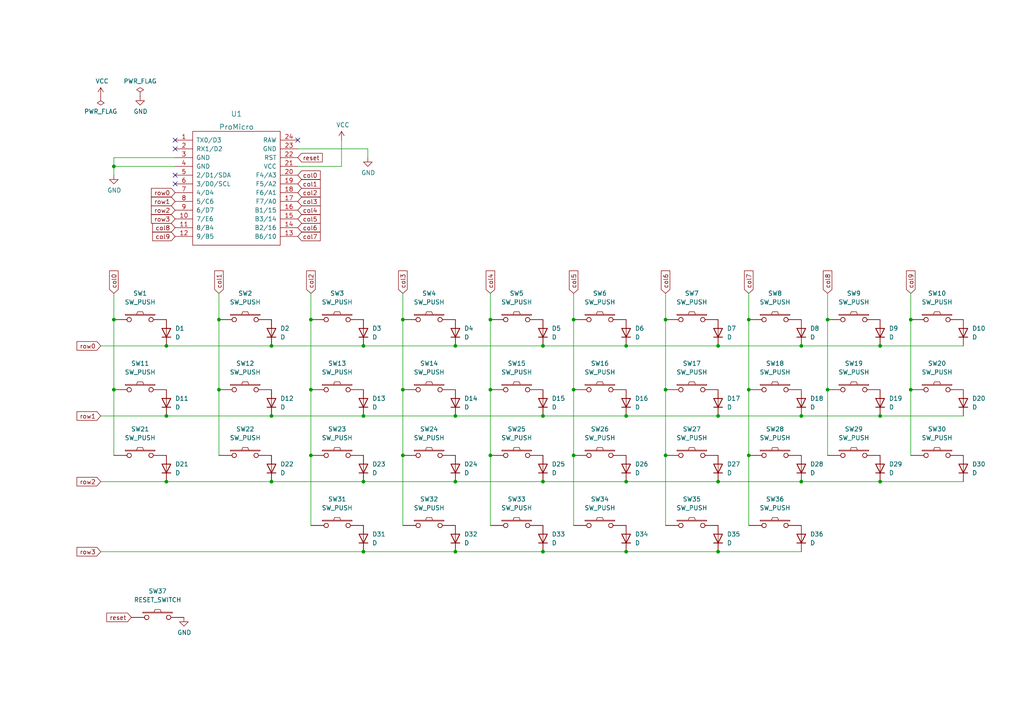
<source format=kicad_sch>
(kicad_sch (version 20211123) (generator eeschema)
  (paper "A4")
  (lib_symbols
    (symbol "Device:D" (pin_numbers hide) (pin_names (offset 1.016) hide)
      (property "Reference" "D" (at 0 2.54 0))
      (property "Value" "D" (at 0 -2.54 0))
      (symbol "D_0_1"
        (polyline (pts (xy -1.27 1.27) (xy -1.27 -1.27)) (stroke (width 0.254)))
        (polyline (pts (xy 1.27 0) (xy -1.27 0)))
        (polyline (pts (xy 1.27 1.27) (xy 1.27 -1.27) (xy -1.27 0) (xy 1.27 1.27)) (stroke (width 0.254)))
      )
      (symbol "D_1_1"
        (pin passive line (at -3.81 0 0) (length 2.54) (name "K") (number "1"))
        (pin passive line (at 3.81 0 180) (length 2.54) (name "A") (number "2"))
      )
    )
    (symbol "foostan_kbd:ProMicro" (pin_names (offset 1.016))
      (property "Reference" "U" (at 0 19.05 0))
      (property "Value" "ProMicro" (at 0 -19.05 0))
      (symbol "ProMicro_0_1"
        (rectangle (start -12.7 16.51) (end 12.7 -16.51))
      )
      (symbol "ProMicro_1_1"
        (pin bidirectional line (at -17.78 13.97 0) (length 5.08) (name "TX0/D3") (number "1"))
        (pin bidirectional line (at -17.78 -8.89 0) (length 5.08) (name "7/E6") (number "10"))
        (pin bidirectional line (at -17.78 -11.43 0) (length 5.08) (name "8/B4") (number "11"))
        (pin bidirectional line (at -17.78 -13.97 0) (length 5.08) (name "9/B5") (number "12"))
        (pin bidirectional line (at 17.78 -13.97 180) (length 5.08) (name "B6/10") (number "13"))
        (pin bidirectional line (at 17.78 -11.43 180) (length 5.08) (name "B2/16") (number "14"))
        (pin bidirectional line (at 17.78 -8.89 180) (length 5.08) (name "B3/14") (number "15"))
        (pin bidirectional line (at 17.78 -6.35 180) (length 5.08) (name "B1/15") (number "16"))
        (pin bidirectional line (at 17.78 -3.81 180) (length 5.08) (name "F7/A0") (number "17"))
        (pin bidirectional line (at 17.78 -1.27 180) (length 5.08) (name "F6/A1") (number "18"))
        (pin bidirectional line (at 17.78 1.27 180) (length 5.08) (name "F5/A2") (number "19"))
        (pin bidirectional line (at -17.78 11.43 0) (length 5.08) (name "RX1/D2") (number "2"))
        (pin bidirectional line (at 17.78 3.81 180) (length 5.08) (name "F4/A3") (number "20"))
        (pin power_in line (at 17.78 6.35 180) (length 5.08) (name "VCC") (number "21"))
        (pin input line (at 17.78 8.89 180) (length 5.08) (name "RST") (number "22"))
        (pin power_in line (at 17.78 11.43 180) (length 5.08) (name "GND") (number "23"))
        (pin power_out line (at 17.78 13.97 180) (length 5.08) (name "RAW") (number "24"))
        (pin power_in line (at -17.78 8.89 0) (length 5.08) (name "GND") (number "3"))
        (pin power_in line (at -17.78 6.35 0) (length 5.08) (name "GND") (number "4"))
        (pin bidirectional line (at -17.78 3.81 0) (length 5.08) (name "2/D1/SDA") (number "5"))
        (pin bidirectional line (at -17.78 1.27 0) (length 5.08) (name "3/D0/SCL") (number "6"))
        (pin bidirectional line (at -17.78 -1.27 0) (length 5.08) (name "4/D4") (number "7"))
        (pin bidirectional line (at -17.78 -3.81 0) (length 5.08) (name "5/C6") (number "8"))
        (pin bidirectional line (at -17.78 -6.35 0) (length 5.08) (name "6/D7") (number "9"))
      )
    )
    (symbol "foostan_kbd:SW_PUSH" (pin_numbers hide) (pin_names (offset 1.016) hide)
      (property "Reference" "SW" (at 3.81 2.794 0))
      (property "Value" "SW_PUSH" (at 0 -2.032 0))
      (symbol "SW_PUSH_0_1"
        (rectangle (start -4.318 1.27) (end 4.318 1.524))
        (polyline (pts (xy -1.016 1.524) (xy -0.762 2.286) (xy 0.762 2.286) (xy 1.016 1.524)))
        (pin passive inverted (at -7.62 0 0) (length 5.08) (name "1") (number "1"))
        (pin passive inverted (at 7.62 0 180) (length 5.08) (name "2") (number "2"))
      )
    )
    (symbol "power:GND" (power) (pin_names (offset 0))
      (property "Value" "GND" (at 0 -3.81 0))
      (symbol "GND_0_1"
        (polyline (pts (xy 0 0) (xy 0 -1.27) (xy 1.27 -1.27) (xy 0 -2.54) (xy -1.27 -1.27) (xy 0 -1.27)))
      )
      (symbol "GND_1_1"
        (pin power_in line (at 0 0 270) (length 0) hide (name "GND") (number "1"))
      )
    )
    (symbol "power:PWR_FLAG" (power) (pin_numbers hide) (pin_names (offset 0) hide)
      (property "Value" "PWR_FLAG" (at 0 3.81 0))
      (symbol "PWR_FLAG_0_0"
        (pin power_out line (at 0 0 90) (length 0) (name "pwr") (number "1"))
      )
      (symbol "PWR_FLAG_0_1"
        (polyline (pts (xy 0 0) (xy 0 1.27) (xy -1.016 1.905) (xy 0 2.54) (xy 1.016 1.905) (xy 0 1.27)))
      )
    )
    (symbol "power:VCC" (power) (pin_names (offset 0))
      (property "Value" "VCC" (at 0 3.81 0))
      (symbol "VCC_0_1"
        (polyline (pts (xy -0.762 1.27) (xy 0 2.54)))
        (polyline (pts (xy 0 0) (xy 0 2.54)))
        (polyline (pts (xy 0 2.54) (xy 0.762 1.27)))
      )
      (symbol "VCC_1_1"
        (pin power_in line (at 0 0 90) (length 0) hide (name "VCC") (number "1"))
      )
    )
  )
  (junction (at 78.74 139.7))
  (junction (at 116.84 132.08))
  (junction (at 255.27 139.7))
  (junction (at 48.26 120.65))
  (junction (at 193.04 113.03))
  (junction (at 48.26 100.33))
  (junction (at 193.04 132.08))
  (junction (at 264.16 113.03))
  (junction (at 105.41 120.65))
  (junction (at 240.03 113.03))
  (junction (at 208.28 160.02))
  (junction (at 132.08 120.65))
  (junction (at 105.41 160.02))
  (junction (at 166.37 113.03))
  (junction (at 142.24 132.08))
  (junction (at 166.37 92.71))
  (junction (at 181.61 139.7))
  (junction (at 255.27 100.33))
  (junction (at 217.17 132.08))
  (junction (at 166.37 132.08))
  (junction (at 78.74 100.33))
  (junction (at 132.08 100.33))
  (junction (at 48.26 139.7))
  (junction (at 181.61 120.65))
  (junction (at 33.02 113.03))
  (junction (at 264.16 92.71))
  (junction (at 132.08 160.02))
  (junction (at 142.24 113.03))
  (junction (at 208.28 100.33))
  (junction (at 63.5 113.03))
  (junction (at 181.61 100.33))
  (junction (at 90.17 113.03))
  (junction (at 33.02 92.71))
  (junction (at 193.04 92.71))
  (junction (at 157.48 100.33))
  (junction (at 157.48 120.65))
  (junction (at 157.48 160.02))
  (junction (at 90.17 92.71))
  (junction (at 142.24 92.71))
  (junction (at 105.41 100.33))
  (junction (at 240.03 92.71))
  (junction (at 33.02 48.26))
  (junction (at 116.84 92.71))
  (junction (at 208.28 120.65))
  (junction (at 105.41 139.7))
  (junction (at 217.17 92.71))
  (junction (at 217.17 113.03))
  (junction (at 232.41 100.33))
  (junction (at 232.41 120.65))
  (junction (at 132.08 139.7))
  (junction (at 255.27 120.65))
  (junction (at 78.74 120.65))
  (junction (at 208.28 139.7))
  (junction (at 157.48 139.7))
  (junction (at 63.5 92.71))
  (junction (at 181.61 160.02))
  (junction (at 90.17 132.08))
  (junction (at 116.84 113.03))
  (junction (at 232.41 139.7))
  (no_connect (at 50.8 40.64))
  (no_connect (at 50.8 50.8))
  (no_connect (at 50.8 53.34))
  (no_connect (at 86.36 40.64))
  (no_connect (at 50.8 43.18))
  (wire (pts (xy 86.36 43.18) (xy 106.68 43.18)))
  (wire (pts (xy 116.84 132.08) (xy 116.84 152.4)))
  (wire (pts (xy 86.36 48.26) (xy 99.06 48.26)))
  (wire (pts (xy 208.28 160.02) (xy 232.41 160.02)))
  (wire (pts (xy 142.24 92.71) (xy 142.24 113.03)))
  (wire (pts (xy 90.17 85.09) (xy 90.17 92.71)))
  (wire (pts (xy 29.21 139.7) (xy 48.26 139.7)))
  (wire (pts (xy 181.61 100.33) (xy 208.28 100.33)))
  (wire (pts (xy 166.37 132.08) (xy 166.37 152.4)))
  (wire (pts (xy 33.02 113.03) (xy 33.02 132.08)))
  (wire (pts (xy 48.26 139.7) (xy 78.74 139.7)))
  (wire (pts (xy 116.84 85.09) (xy 116.84 92.71)))
  (wire (pts (xy 264.16 92.71) (xy 264.16 113.03)))
  (wire (pts (xy 264.16 85.09) (xy 264.16 92.71)))
  (wire (pts (xy 193.04 85.09) (xy 193.04 92.71)))
  (wire (pts (xy 217.17 85.09) (xy 217.17 92.71)))
  (wire (pts (xy 78.74 120.65) (xy 105.41 120.65)))
  (wire (pts (xy 264.16 113.03) (xy 264.16 132.08)))
  (wire (pts (xy 232.41 120.65) (xy 255.27 120.65)))
  (wire (pts (xy 166.37 85.09) (xy 166.37 92.71)))
  (wire (pts (xy 157.48 139.7) (xy 181.61 139.7)))
  (wire (pts (xy 142.24 85.09) (xy 142.24 92.71)))
  (wire (pts (xy 232.41 139.7) (xy 255.27 139.7)))
  (wire (pts (xy 106.68 43.18) (xy 106.68 45.72)))
  (wire (pts (xy 193.04 113.03) (xy 193.04 132.08)))
  (wire (pts (xy 208.28 139.7) (xy 232.41 139.7)))
  (wire (pts (xy 90.17 132.08) (xy 90.17 152.4)))
  (wire (pts (xy 132.08 100.33) (xy 157.48 100.33)))
  (wire (pts (xy 157.48 100.33) (xy 181.61 100.33)))
  (wire (pts (xy 166.37 113.03) (xy 166.37 132.08)))
  (wire (pts (xy 29.21 160.02) (xy 105.41 160.02)))
  (wire (pts (xy 255.27 100.33) (xy 279.4 100.33)))
  (wire (pts (xy 63.5 92.71) (xy 63.5 113.03)))
  (wire (pts (xy 181.61 139.7) (xy 208.28 139.7)))
  (wire (pts (xy 116.84 92.71) (xy 116.84 113.03)))
  (wire (pts (xy 217.17 113.03) (xy 217.17 132.08)))
  (wire (pts (xy 240.03 113.03) (xy 240.03 132.08)))
  (wire (pts (xy 105.41 160.02) (xy 132.08 160.02)))
  (wire (pts (xy 33.02 85.09) (xy 33.02 92.71)))
  (wire (pts (xy 50.8 45.72) (xy 33.02 45.72)))
  (wire (pts (xy 63.5 113.03) (xy 63.5 132.08)))
  (wire (pts (xy 142.24 132.08) (xy 142.24 152.4)))
  (wire (pts (xy 78.74 139.7) (xy 105.41 139.7)))
  (wire (pts (xy 90.17 92.71) (xy 90.17 113.03)))
  (wire (pts (xy 48.26 100.33) (xy 78.74 100.33)))
  (wire (pts (xy 50.8 48.26) (xy 33.02 48.26)))
  (wire (pts (xy 105.41 120.65) (xy 132.08 120.65)))
  (wire (pts (xy 132.08 120.65) (xy 157.48 120.65)))
  (wire (pts (xy 99.06 40.64) (xy 99.06 48.26)))
  (wire (pts (xy 193.04 132.08) (xy 193.04 152.4)))
  (wire (pts (xy 240.03 85.09) (xy 240.03 92.71)))
  (wire (pts (xy 29.21 100.33) (xy 48.26 100.33)))
  (wire (pts (xy 116.84 113.03) (xy 116.84 132.08)))
  (wire (pts (xy 132.08 139.7) (xy 157.48 139.7)))
  (wire (pts (xy 78.74 100.33) (xy 105.41 100.33)))
  (wire (pts (xy 217.17 92.71) (xy 217.17 113.03)))
  (wire (pts (xy 63.5 85.09) (xy 63.5 92.71)))
  (wire (pts (xy 105.41 139.7) (xy 132.08 139.7)))
  (wire (pts (xy 33.02 45.72) (xy 33.02 48.26)))
  (wire (pts (xy 181.61 120.65) (xy 208.28 120.65)))
  (wire (pts (xy 232.41 100.33) (xy 255.27 100.33)))
  (wire (pts (xy 208.28 100.33) (xy 232.41 100.33)))
  (wire (pts (xy 29.21 120.65) (xy 48.26 120.65)))
  (wire (pts (xy 255.27 139.7) (xy 279.4 139.7)))
  (wire (pts (xy 132.08 160.02) (xy 157.48 160.02)))
  (wire (pts (xy 208.28 120.65) (xy 232.41 120.65)))
  (wire (pts (xy 33.02 48.26) (xy 33.02 50.8)))
  (wire (pts (xy 142.24 113.03) (xy 142.24 132.08)))
  (wire (pts (xy 166.37 92.71) (xy 166.37 113.03)))
  (wire (pts (xy 181.61 160.02) (xy 208.28 160.02)))
  (wire (pts (xy 33.02 92.71) (xy 33.02 113.03)))
  (wire (pts (xy 255.27 120.65) (xy 279.4 120.65)))
  (wire (pts (xy 90.17 113.03) (xy 90.17 132.08)))
  (wire (pts (xy 157.48 120.65) (xy 181.61 120.65)))
  (wire (pts (xy 157.48 160.02) (xy 181.61 160.02)))
  (wire (pts (xy 193.04 92.71) (xy 193.04 113.03)))
  (wire (pts (xy 105.41 100.33) (xy 132.08 100.33)))
  (wire (pts (xy 240.03 92.71) (xy 240.03 113.03)))
  (wire (pts (xy 217.17 132.08) (xy 217.17 152.4)))
  (wire (pts (xy 48.26 120.65) (xy 78.74 120.65)))
  (global_label "row2" (shape input) (at 29.21 139.7 180) (property "シート間のリファレンス" "${INTERSHEET_REFS}" (effects hide)))
  (global_label "col9" (shape input) (at 264.16 85.09 90) (property "シート間のリファレンス" "${INTERSHEET_REFS}" (effects hide)))
  (global_label "col2" (shape input) (at 86.36 55.88 0) (property "シート間のリファレンス" "${INTERSHEET_REFS}" (effects hide)))
  (global_label "row3" (shape input) (at 29.21 160.02 180) (property "シート間のリファレンス" "${INTERSHEET_REFS}" (effects hide)))
  (global_label "col9" (shape input) (at 50.8 68.58 180) (property "シート間のリファレンス" "${INTERSHEET_REFS}" (effects hide)))
  (global_label "col1" (shape input) (at 63.5 85.09 90) (property "シート間のリファレンス" "${INTERSHEET_REFS}" (effects hide)))
  (global_label "col7" (shape input) (at 217.17 85.09 90) (property "シート間のリファレンス" "${INTERSHEET_REFS}" (effects hide)))
  (global_label "col8" (shape input) (at 240.03 85.09 90) (property "シート間のリファレンス" "${INTERSHEET_REFS}" (effects hide)))
  (global_label "row0" (shape input) (at 50.8 55.88 180) (property "シート間のリファレンス" "${INTERSHEET_REFS}" (effects hide)))
  (global_label "col4" (shape input) (at 86.36 60.96 0) (property "シート間のリファレンス" "${INTERSHEET_REFS}" (effects hide)))
  (global_label "row3" (shape input) (at 50.8 63.5 180) (property "シート間のリファレンス" "${INTERSHEET_REFS}" (effects hide)))
  (global_label "row1" (shape input) (at 29.21 120.65 180) (property "シート間のリファレンス" "${INTERSHEET_REFS}" (effects hide)))
  (global_label "row0" (shape input) (at 29.21 100.33 180) (property "シート間のリファレンス" "${INTERSHEET_REFS}" (effects hide)))
  (global_label "col8" (shape input) (at 50.8 66.04 180) (property "シート間のリファレンス" "${INTERSHEET_REFS}" (effects hide)))
  (global_label "col3" (shape input) (at 86.36 58.42 0) (property "シート間のリファレンス" "${INTERSHEET_REFS}" (effects hide)))
  (global_label "col5" (shape input) (at 86.36 63.5 0) (property "シート間のリファレンス" "${INTERSHEET_REFS}" (effects hide)))
  (global_label "col1" (shape input) (at 86.36 53.34 0) (property "シート間のリファレンス" "${INTERSHEET_REFS}" (effects hide)))
  (global_label "row1" (shape input) (at 50.8 58.42 180) (property "シート間のリファレンス" "${INTERSHEET_REFS}" (effects hide)))
  (global_label "row2" (shape input) (at 50.8 60.96 180) (property "シート間のリファレンス" "${INTERSHEET_REFS}" (effects hide)))
  (global_label "col3" (shape input) (at 116.84 85.09 90) (property "シート間のリファレンス" "${INTERSHEET_REFS}" (effects hide)))
  (global_label "col2" (shape input) (at 90.17 85.09 90) (property "シート間のリファレンス" "${INTERSHEET_REFS}" (effects hide)))
  (global_label "reset" (shape input) (at 38.1 179.07 180) (property "シート間のリファレンス" "${INTERSHEET_REFS}" (effects hide)))
  (global_label "col6" (shape input) (at 193.04 85.09 90) (property "シート間のリファレンス" "${INTERSHEET_REFS}" (effects hide)))
  (global_label "col0" (shape input) (at 33.02 85.09 90) (property "シート間のリファレンス" "${INTERSHEET_REFS}" (effects hide)))
  (global_label "col4" (shape input) (at 142.24 85.09 90) (property "シート間のリファレンス" "${INTERSHEET_REFS}" (effects hide)))
  (global_label "reset" (shape input) (at 86.36 45.72 0) (property "シート間のリファレンス" "${INTERSHEET_REFS}" (effects hide)))
  (global_label "col5" (shape input) (at 166.37 85.09 90) (property "シート間のリファレンス" "${INTERSHEET_REFS}" (effects hide)))
  (global_label "col0" (shape input) (at 86.36 50.8 0) (property "シート間のリファレンス" "${INTERSHEET_REFS}" (effects hide)))
  (global_label "col6" (shape input) (at 86.36 66.04 0) (property "シート間のリファレンス" "${INTERSHEET_REFS}" (effects hide)))
  (global_label "col7" (shape input) (at 86.36 68.58 0) (property "シート間のリファレンス" "${INTERSHEET_REFS}" (effects hide)))
  (symbol (lib_id "Device:D") (at 208.28 116.84 90) (unit 1)
    (property "Reference" "D17" (at 210.82 115.5699 90) (effects (justify right)))
    (property "Value" "D" (at 210.82 118.1099 90) (effects (justify right)))
    (property "Footprint" "nowt_parts:Diode_SMD" (effects hide))
  )
  (symbol (lib_id "Device:D") (at 78.74 116.84 90) (unit 1)
    (property "Reference" "D12" (at 81.28 115.5699 90) (effects (justify right)))
    (property "Value" "D" (at 81.28 118.1099 90) (effects (justify right)))
    (property "Footprint" "nowt_parts:Diode_SMD" (effects hide))
  )
  (symbol (lib_id "power:VCC") (at 29.21 27.94 0) (unit 1)
    (property "Reference" "#PWR01" (effects hide))
    (property "Value" "VCC" (at 29.591 23.5458 0))
  )
  (symbol (lib_id "foostan_kbd:SW_PUSH") (at 200.66 92.71 0) (unit 1)
    (property "Reference" "SW7" (at 200.66 85.09 0))
    (property "Value" "SW_PUSH" (at 200.66 87.63 0))
    (property "Footprint" "nowt_parts:SW_Choc" (effects hide))
  )
  (symbol (lib_id "foostan_kbd:SW_PUSH") (at 45.72 179.07 0) (unit 1)
    (property "Reference" "SW37" (at 45.72 171.45 0))
    (property "Value" "RESET_SWITCH" (at 45.72 173.99 0))
    (property "Footprint" "nowt_parts:TVAF17-WFC-R_mods" (effects hide))
  )
  (symbol (lib_id "Device:D") (at 48.26 116.84 90) (unit 1)
    (property "Reference" "D11" (at 50.8 115.5699 90) (effects (justify right)))
    (property "Value" "D" (at 50.8 118.1099 90) (effects (justify right)))
    (property "Footprint" "nowt_parts:Diode_SMD" (effects hide))
  )
  (symbol (lib_id "Device:D") (at 105.41 156.21 90) (unit 1)
    (property "Reference" "D31" (at 107.95 154.9399 90) (effects (justify right)))
    (property "Value" "D" (at 107.95 157.4799 90) (effects (justify right)))
    (property "Footprint" "nowt_parts:Diode_SMD" (effects hide))
  )
  (symbol (lib_id "power:GND") (at 40.64 27.94 0) (unit 1)
    (property "Reference" "#PWR02" (effects hide))
    (property "Value" "GND" (at 40.767 32.3342 0))
  )
  (symbol (lib_id "Device:D") (at 105.41 135.89 90) (unit 1)
    (property "Reference" "D23" (at 107.95 134.6199 90) (effects (justify right)))
    (property "Value" "D" (at 107.95 137.1599 90) (effects (justify right)))
    (property "Footprint" "nowt_parts:Diode_SMD" (effects hide))
  )
  (symbol (lib_id "foostan_kbd:SW_PUSH") (at 40.64 132.08 0) (unit 1)
    (property "Reference" "SW21" (at 40.64 124.46 0))
    (property "Value" "SW_PUSH" (at 40.64 127 0))
    (property "Footprint" "nowt_parts:SW_Choc" (effects hide))
  )
  (symbol (lib_id "Device:D") (at 48.26 135.89 90) (unit 1)
    (property "Reference" "D21" (at 50.8 134.6199 90) (effects (justify right)))
    (property "Value" "D" (at 50.8 137.1599 90) (effects (justify right)))
    (property "Footprint" "nowt_parts:Diode_SMD" (effects hide))
  )
  (symbol (lib_id "foostan_kbd:SW_PUSH") (at 173.99 113.03 0) (unit 1)
    (property "Reference" "SW16" (at 173.99 105.41 0))
    (property "Value" "SW_PUSH" (at 173.99 107.95 0))
    (property "Footprint" "nowt_parts:SW_Choc" (effects hide))
  )
  (symbol (lib_id "power:GND") (at 106.68 45.72 0) (unit 1)
    (property "Reference" "#PWR04" (effects hide))
    (property "Value" "GND" (at 106.807 50.1142 0))
  )
  (symbol (lib_id "foostan_kbd:SW_PUSH") (at 40.64 113.03 0) (unit 1)
    (property "Reference" "SW11" (at 40.64 105.41 0))
    (property "Value" "SW_PUSH" (at 40.64 107.95 0))
    (property "Footprint" "nowt_parts:SW_Choc" (effects hide))
  )
  (symbol (lib_id "Device:D") (at 232.41 156.21 90) (unit 1)
    (property "Reference" "D36" (at 234.95 154.9399 90) (effects (justify right)))
    (property "Value" "D" (at 234.95 157.4799 90) (effects (justify right)))
    (property "Footprint" "nowt_parts:Diode_SMD" (effects hide))
  )
  (symbol (lib_id "Device:D") (at 255.27 96.52 90) (unit 1)
    (property "Reference" "D9" (at 257.81 95.2499 90) (effects (justify right)))
    (property "Value" "D" (at 257.81 97.7899 90) (effects (justify right)))
    (property "Footprint" "nowt_parts:Diode_SMD" (effects hide))
  )
  (symbol (lib_id "Device:D") (at 255.27 116.84 90) (unit 1)
    (property "Reference" "D19" (at 257.81 115.5699 90) (effects (justify right)))
    (property "Value" "D" (at 257.81 118.1099 90) (effects (justify right)))
    (property "Footprint" "nowt_parts:Diode_SMD" (effects hide))
  )
  (symbol (lib_id "Device:D") (at 132.08 96.52 90) (unit 1)
    (property "Reference" "D4" (at 134.62 95.2499 90) (effects (justify right)))
    (property "Value" "D" (at 134.62 97.7899 90) (effects (justify right)))
    (property "Footprint" "nowt_parts:Diode_SMD" (effects hide))
  )
  (symbol (lib_id "Device:D") (at 78.74 96.52 90) (unit 1)
    (property "Reference" "D2" (at 81.28 95.2499 90) (effects (justify right)))
    (property "Value" "D" (at 81.28 97.7899 90) (effects (justify right)))
    (property "Footprint" "nowt_parts:Diode_SMD" (effects hide))
  )
  (symbol (lib_id "foostan_kbd:SW_PUSH") (at 247.65 113.03 0) (unit 1)
    (property "Reference" "SW19" (at 247.65 105.41 0))
    (property "Value" "SW_PUSH" (at 247.65 107.95 0))
    (property "Footprint" "nowt_parts:SW_Choc" (effects hide))
  )
  (symbol (lib_id "Device:D") (at 181.61 116.84 90) (unit 1)
    (property "Reference" "D16" (at 184.15 115.5699 90) (effects (justify right)))
    (property "Value" "D" (at 184.15 118.1099 90) (effects (justify right)))
    (property "Footprint" "nowt_parts:Diode_SMD" (effects hide))
  )
  (symbol (lib_id "Device:D") (at 78.74 135.89 90) (unit 1)
    (property "Reference" "D22" (at 81.28 134.6199 90) (effects (justify right)))
    (property "Value" "D" (at 81.28 137.1599 90) (effects (justify right)))
    (property "Footprint" "nowt_parts:Diode_SMD" (effects hide))
  )
  (symbol (lib_id "Device:D") (at 279.4 96.52 90) (unit 1)
    (property "Reference" "D10" (at 281.94 95.2499 90) (effects (justify right)))
    (property "Value" "D" (at 281.94 97.7899 90) (effects (justify right)))
    (property "Footprint" "nowt_parts:Diode_SMD" (effects hide))
  )
  (symbol (lib_id "Device:D") (at 232.41 96.52 90) (unit 1)
    (property "Reference" "D8" (at 234.95 95.2499 90) (effects (justify right)))
    (property "Value" "D" (at 234.95 97.7899 90) (effects (justify right)))
    (property "Footprint" "nowt_parts:Diode_SMD" (effects hide))
  )
  (symbol (lib_id "foostan_kbd:SW_PUSH") (at 247.65 92.71 0) (unit 1)
    (property "Reference" "SW9" (at 247.65 85.09 0))
    (property "Value" "SW_PUSH" (at 247.65 87.63 0))
    (property "Footprint" "nowt_parts:SW_Choc" (effects hide))
  )
  (symbol (lib_id "foostan_kbd:SW_PUSH") (at 200.66 113.03 0) (unit 1)
    (property "Reference" "SW17" (at 200.66 105.41 0))
    (property "Value" "SW_PUSH" (at 200.66 107.95 0))
    (property "Footprint" "nowt_parts:SW_Choc" (effects hide))
  )
  (symbol (lib_id "foostan_kbd:SW_PUSH") (at 149.86 132.08 0) (unit 1)
    (property "Reference" "SW25" (at 149.86 124.46 0))
    (property "Value" "SW_PUSH" (at 149.86 127 0))
    (property "Footprint" "nowt_parts:SW_Choc" (effects hide))
  )
  (symbol (lib_id "Device:D") (at 157.48 156.21 90) (unit 1)
    (property "Reference" "D33" (at 160.02 154.9399 90) (effects (justify right)))
    (property "Value" "D" (at 160.02 157.4799 90) (effects (justify right)))
    (property "Footprint" "nowt_parts:Diode_SMD" (effects hide))
  )
  (symbol (lib_id "Device:D") (at 279.4 116.84 90) (unit 1)
    (property "Reference" "D20" (at 281.94 115.5699 90) (effects (justify right)))
    (property "Value" "D" (at 281.94 118.1099 90) (effects (justify right)))
    (property "Footprint" "nowt_parts:Diode_SMD" (effects hide))
  )
  (symbol (lib_id "Device:D") (at 232.41 135.89 90) (unit 1)
    (property "Reference" "D28" (at 234.95 134.6199 90) (effects (justify right)))
    (property "Value" "D" (at 234.95 137.1599 90) (effects (justify right)))
    (property "Footprint" "nowt_parts:Diode_SMD" (effects hide))
  )
  (symbol (lib_id "power:GND") (at 53.34 179.07 0) (unit 1)
    (property "Reference" "#PWR06" (effects hide))
    (property "Value" "GND" (at 53.467 183.4642 0))
  )
  (symbol (lib_id "foostan_kbd:SW_PUSH") (at 71.12 113.03 0) (unit 1)
    (property "Reference" "SW12" (at 71.12 105.41 0))
    (property "Value" "SW_PUSH" (at 71.12 107.95 0))
    (property "Footprint" "nowt_parts:SW_Choc" (effects hide))
  )
  (symbol (lib_id "foostan_kbd:SW_PUSH") (at 173.99 152.4 0) (unit 1)
    (property "Reference" "SW34" (at 173.99 144.78 0))
    (property "Value" "SW_PUSH" (at 173.99 147.32 0))
    (property "Footprint" "nowt_parts:SW_Choc" (effects hide))
  )
  (symbol (lib_id "foostan_kbd:SW_PUSH") (at 97.79 92.71 0) (unit 1)
    (property "Reference" "SW3" (at 97.79 85.09 0))
    (property "Value" "SW_PUSH" (at 97.79 87.63 0))
    (property "Footprint" "nowt_parts:SW_Choc" (effects hide))
  )
  (symbol (lib_id "foostan_kbd:SW_PUSH") (at 149.86 113.03 0) (unit 1)
    (property "Reference" "SW15" (at 149.86 105.41 0))
    (property "Value" "SW_PUSH" (at 149.86 107.95 0))
    (property "Footprint" "nowt_parts:SW_Choc" (effects hide))
  )
  (symbol (lib_id "foostan_kbd:SW_PUSH") (at 173.99 92.71 0) (unit 1)
    (property "Reference" "SW6" (at 173.99 85.09 0))
    (property "Value" "SW_PUSH" (at 173.99 87.63 0))
    (property "Footprint" "nowt_parts:SW_Choc" (effects hide))
  )
  (symbol (lib_id "foostan_kbd:SW_PUSH") (at 224.79 92.71 0) (unit 1)
    (property "Reference" "SW8" (at 224.79 85.09 0))
    (property "Value" "SW_PUSH" (at 224.79 87.63 0))
    (property "Footprint" "nowt_parts:SW_Choc" (effects hide))
  )
  (symbol (lib_id "foostan_kbd:ProMicro") (at 68.58 54.61 0) (unit 1)
    (property "Reference" "U1" (at 68.58 33.02 0) (effects (font (size 1.524 1.524))))
    (property "Value" "ProMicro" (at 68.58 36.83 0) (effects (font (size 1.524 1.524))))
    (property "Footprint" "nowt_parts:ProMicro_v3.5_mods" (effects hide))
  )
  (symbol (lib_id "foostan_kbd:SW_PUSH") (at 247.65 132.08 0) (unit 1)
    (property "Reference" "SW29" (at 247.65 124.46 0))
    (property "Value" "SW_PUSH" (at 247.65 127 0))
    (property "Footprint" "nowt_parts:SW_Choc" (effects hide))
  )
  (symbol (lib_id "foostan_kbd:SW_PUSH") (at 149.86 92.71 0) (unit 1)
    (property "Reference" "SW5" (at 149.86 85.09 0))
    (property "Value" "SW_PUSH" (at 149.86 87.63 0))
    (property "Footprint" "nowt_parts:SW_Choc" (effects hide))
  )
  (symbol (lib_id "foostan_kbd:SW_PUSH") (at 173.99 132.08 0) (unit 1)
    (property "Reference" "SW26" (at 173.99 124.46 0))
    (property "Value" "SW_PUSH" (at 173.99 127 0))
    (property "Footprint" "nowt_parts:SW_Choc" (effects hide))
  )
  (symbol (lib_id "Device:D") (at 208.28 156.21 90) (unit 1)
    (property "Reference" "D35" (at 210.82 154.9399 90) (effects (justify right)))
    (property "Value" "D" (at 210.82 157.4799 90) (effects (justify right)))
    (property "Footprint" "nowt_parts:Diode_SMD" (effects hide))
  )
  (symbol (lib_id "Device:D") (at 105.41 96.52 90) (unit 1)
    (property "Reference" "D3" (at 107.95 95.2499 90) (effects (justify right)))
    (property "Value" "D" (at 107.95 97.7899 90) (effects (justify right)))
    (property "Footprint" "nowt_parts:Diode_SMD" (effects hide))
  )
  (symbol (lib_id "foostan_kbd:SW_PUSH") (at 97.79 113.03 0) (unit 1)
    (property "Reference" "SW13" (at 97.79 105.41 0))
    (property "Value" "SW_PUSH" (at 97.79 107.95 0))
    (property "Footprint" "nowt_parts:SW_Choc" (effects hide))
  )
  (symbol (lib_id "Device:D") (at 181.61 156.21 90) (unit 1)
    (property "Reference" "D34" (at 184.15 154.9399 90) (effects (justify right)))
    (property "Value" "D" (at 184.15 157.4799 90) (effects (justify right)))
    (property "Footprint" "nowt_parts:Diode_SMD" (effects hide))
  )
  (symbol (lib_id "power:GND") (at 33.02 50.8 0) (unit 1)
    (property "Reference" "#PWR05" (effects hide))
    (property "Value" "GND" (at 33.147 55.1942 0))
  )
  (symbol (lib_id "Device:D") (at 132.08 116.84 90) (unit 1)
    (property "Reference" "D14" (at 134.62 115.5699 90) (effects (justify right)))
    (property "Value" "D" (at 134.62 118.1099 90) (effects (justify right)))
    (property "Footprint" "nowt_parts:Diode_SMD" (effects hide))
  )
  (symbol (lib_id "foostan_kbd:SW_PUSH") (at 200.66 132.08 0) (unit 1)
    (property "Reference" "SW27" (at 200.66 124.46 0))
    (property "Value" "SW_PUSH" (at 200.66 127 0))
    (property "Footprint" "nowt_parts:SW_Choc" (effects hide))
  )
  (symbol (lib_id "foostan_kbd:SW_PUSH") (at 124.46 132.08 0) (unit 1)
    (property "Reference" "SW24" (at 124.46 124.46 0))
    (property "Value" "SW_PUSH" (at 124.46 127 0))
    (property "Footprint" "nowt_parts:SW_Choc" (effects hide))
  )
  (symbol (lib_id "Device:D") (at 132.08 135.89 90) (unit 1)
    (property "Reference" "D24" (at 134.62 134.6199 90) (effects (justify right)))
    (property "Value" "D" (at 134.62 137.1599 90) (effects (justify right)))
    (property "Footprint" "nowt_parts:Diode_SMD" (effects hide))
  )
  (symbol (lib_id "Device:D") (at 208.28 96.52 90) (unit 1)
    (property "Reference" "D7" (at 210.82 95.2499 90) (effects (justify right)))
    (property "Value" "D" (at 210.82 97.7899 90) (effects (justify right)))
    (property "Footprint" "nowt_parts:Diode_SMD" (effects hide))
  )
  (symbol (lib_id "Device:D") (at 181.61 96.52 90) (unit 1)
    (property "Reference" "D6" (at 184.15 95.2499 90) (effects (justify right)))
    (property "Value" "D" (at 184.15 97.7899 90) (effects (justify right)))
    (property "Footprint" "nowt_parts:Diode_SMD" (effects hide))
  )
  (symbol (lib_id "power:VCC") (at 99.06 40.64 0) (unit 1)
    (property "Reference" "#PWR03" (effects hide))
    (property "Value" "VCC" (at 99.441 36.2458 0))
  )
  (symbol (lib_id "foostan_kbd:SW_PUSH") (at 124.46 152.4 0) (unit 1)
    (property "Reference" "SW32" (at 124.46 144.78 0))
    (property "Value" "SW_PUSH" (at 124.46 147.32 0))
    (property "Footprint" "nowt_parts:SW_Choc" (effects hide))
  )
  (symbol (lib_id "foostan_kbd:SW_PUSH") (at 124.46 92.71 0) (unit 1)
    (property "Reference" "SW4" (at 124.46 85.09 0))
    (property "Value" "SW_PUSH" (at 124.46 87.63 0))
    (property "Footprint" "nowt_parts:SW_Choc" (effects hide))
  )
  (symbol (lib_id "power:PWR_FLAG") (at 40.64 27.94 0) (unit 1)
    (property "Reference" "#FLG02" (effects hide))
    (property "Value" "PWR_FLAG" (at 40.64 23.5458 0))
  )
  (symbol (lib_id "Device:D") (at 157.48 96.52 90) (unit 1)
    (property "Reference" "D5" (at 160.02 95.2499 90) (effects (justify right)))
    (property "Value" "D" (at 160.02 97.7899 90) (effects (justify right)))
    (property "Footprint" "nowt_parts:Diode_SMD" (effects hide))
  )
  (symbol (lib_id "foostan_kbd:SW_PUSH") (at 200.66 152.4 0) (unit 1)
    (property "Reference" "SW35" (at 200.66 144.78 0))
    (property "Value" "SW_PUSH" (at 200.66 147.32 0))
    (property "Footprint" "nowt_parts:SW_Choc" (effects hide))
  )
  (symbol (lib_id "foostan_kbd:SW_PUSH") (at 149.86 152.4 0) (unit 1)
    (property "Reference" "SW33" (at 149.86 144.78 0))
    (property "Value" "SW_PUSH" (at 149.86 147.32 0))
    (property "Footprint" "nowt_parts:SW_Choc" (effects hide))
  )
  (symbol (lib_id "Device:D") (at 232.41 116.84 90) (unit 1)
    (property "Reference" "D18" (at 234.95 115.5699 90) (effects (justify right)))
    (property "Value" "D" (at 234.95 118.1099 90) (effects (justify right)))
    (property "Footprint" "nowt_parts:Diode_SMD" (effects hide))
  )
  (symbol (lib_id "foostan_kbd:SW_PUSH") (at 71.12 132.08 0) (unit 1)
    (property "Reference" "SW22" (at 71.12 124.46 0))
    (property "Value" "SW_PUSH" (at 71.12 127 0))
    (property "Footprint" "nowt_parts:SW_Choc" (effects hide))
  )
  (symbol (lib_id "foostan_kbd:SW_PUSH") (at 40.64 92.71 0) (unit 1)
    (property "Reference" "SW1" (at 40.64 85.09 0))
    (property "Value" "SW_PUSH" (at 40.64 87.63 0))
    (property "Footprint" "nowt_parts:SW_Choc" (effects hide))
  )
  (symbol (lib_id "foostan_kbd:SW_PUSH") (at 224.79 152.4 0) (unit 1)
    (property "Reference" "SW36" (at 224.79 144.78 0))
    (property "Value" "SW_PUSH" (at 224.79 147.32 0))
    (property "Footprint" "nowt_parts:SW_Choc" (effects hide))
  )
  (symbol (lib_id "Device:D") (at 157.48 116.84 90) (unit 1)
    (property "Reference" "D15" (at 160.02 115.5699 90) (effects (justify right)))
    (property "Value" "D" (at 160.02 118.1099 90) (effects (justify right)))
    (property "Footprint" "nowt_parts:Diode_SMD" (effects hide))
  )
  (symbol (lib_id "Device:D") (at 181.61 135.89 90) (unit 1)
    (property "Reference" "D26" (at 184.15 134.6199 90) (effects (justify right)))
    (property "Value" "D" (at 184.15 137.1599 90) (effects (justify right)))
    (property "Footprint" "nowt_parts:Diode_SMD" (effects hide))
  )
  (symbol (lib_id "foostan_kbd:SW_PUSH") (at 97.79 132.08 0) (unit 1)
    (property "Reference" "SW23" (at 97.79 124.46 0))
    (property "Value" "SW_PUSH" (at 97.79 127 0))
    (property "Footprint" "nowt_parts:SW_Choc" (effects hide))
  )
  (symbol (lib_id "foostan_kbd:SW_PUSH") (at 224.79 113.03 0) (unit 1)
    (property "Reference" "SW18" (at 224.79 105.41 0))
    (property "Value" "SW_PUSH" (at 224.79 107.95 0))
    (property "Footprint" "nowt_parts:SW_Choc" (effects hide))
  )
  (symbol (lib_id "Device:D") (at 132.08 156.21 90) (unit 1)
    (property "Reference" "D32" (at 134.62 154.9399 90) (effects (justify right)))
    (property "Value" "D" (at 134.62 157.4799 90) (effects (justify right)))
    (property "Footprint" "nowt_parts:Diode_SMD" (effects hide))
  )
  (symbol (lib_id "Device:D") (at 255.27 135.89 90) (unit 1)
    (property "Reference" "D29" (at 257.81 134.6199 90) (effects (justify right)))
    (property "Value" "D" (at 257.81 137.1599 90) (effects (justify right)))
    (property "Footprint" "nowt_parts:Diode_SMD" (effects hide))
  )
  (symbol (lib_id "Device:D") (at 105.41 116.84 90) (unit 1)
    (property "Reference" "D13" (at 107.95 115.5699 90) (effects (justify right)))
    (property "Value" "D" (at 107.95 118.1099 90) (effects (justify right)))
    (property "Footprint" "nowt_parts:Diode_SMD" (effects hide))
  )
  (symbol (lib_id "foostan_kbd:SW_PUSH") (at 124.46 113.03 0) (unit 1)
    (property "Reference" "SW14" (at 124.46 105.41 0))
    (property "Value" "SW_PUSH" (at 124.46 107.95 0))
    (property "Footprint" "nowt_parts:SW_Choc" (effects hide))
  )
  (symbol (lib_id "Device:D") (at 157.48 135.89 90) (unit 1)
    (property "Reference" "D25" (at 160.02 134.6199 90) (effects (justify right)))
    (property "Value" "D" (at 160.02 137.1599 90) (effects (justify right)))
    (property "Footprint" "nowt_parts:Diode_SMD" (effects hide))
  )
  (symbol (lib_id "Device:D") (at 48.26 96.52 90) (unit 1)
    (property "Reference" "D1" (at 50.8 95.2499 90) (effects (justify right)))
    (property "Value" "D" (at 50.8 97.7899 90) (effects (justify right)))
    (property "Footprint" "nowt_parts:Diode_SMD" (effects hide))
  )
  (symbol (lib_id "foostan_kbd:SW_PUSH") (at 271.78 132.08 0) (unit 1)
    (property "Reference" "SW30" (at 271.78 124.46 0))
    (property "Value" "SW_PUSH" (at 271.78 127 0))
    (property "Footprint" "nowt_parts:SW_Choc" (effects hide))
  )
  (symbol (lib_id "foostan_kbd:SW_PUSH") (at 224.79 132.08 0) (unit 1)
    (property "Reference" "SW28" (at 224.79 124.46 0))
    (property "Value" "SW_PUSH" (at 224.79 127 0))
    (property "Footprint" "nowt_parts:SW_Choc" (effects hide))
  )
  (symbol (lib_id "Device:D") (at 208.28 135.89 90) (unit 1)
    (property "Reference" "D27" (at 210.82 134.6199 90) (effects (justify right)))
    (property "Value" "D" (at 210.82 137.1599 90) (effects (justify right)))
    (property "Footprint" "nowt_parts:Diode_SMD" (effects hide))
  )
  (symbol (lib_id "foostan_kbd:SW_PUSH") (at 271.78 92.71 0) (unit 1)
    (property "Reference" "SW10" (at 271.78 85.09 0))
    (property "Value" "SW_PUSH" (at 271.78 87.63 0))
    (property "Footprint" "nowt_parts:SW_Choc" (effects hide))
  )
  (symbol (lib_id "foostan_kbd:SW_PUSH") (at 271.78 113.03 0) (unit 1)
    (property "Reference" "SW20" (at 271.78 105.41 0))
    (property "Value" "SW_PUSH" (at 271.78 107.95 0))
    (property "Footprint" "nowt_parts:SW_Choc" (effects hide))
  )
  (symbol (lib_id "power:PWR_FLAG") (at 29.21 27.94 180) (unit 1)
    (property "Reference" "#FLG01" (effects hide))
    (property "Value" "PWR_FLAG" (at 29.21 32.3342 0))
  )
  (symbol (lib_id "Device:D") (at 279.4 135.89 90) (unit 1)
    (property "Reference" "D30" (at 281.94 134.6199 90) (effects (justify right)))
    (property "Value" "D" (at 281.94 137.1599 90) (effects (justify right)))
    (property "Footprint" "nowt_parts:Diode_SMD" (effects hide))
  )
  (symbol (lib_id "foostan_kbd:SW_PUSH") (at 97.79 152.4 0) (unit 1)
    (property "Reference" "SW31" (at 97.79 144.78 0))
    (property "Value" "SW_PUSH" (at 97.79 147.32 0))
    (property "Footprint" "nowt_parts:SW_Choc" (effects hide))
  )
  (symbol (lib_id "foostan_kbd:SW_PUSH") (at 71.12 92.71 0) (unit 1)
    (property "Reference" "SW2" (at 71.12 85.09 0))
    (property "Value" "SW_PUSH" (at 71.12 87.63 0))
    (property "Footprint" "nowt_parts:SW_Choc" (effects hide))
  )
)
</source>
